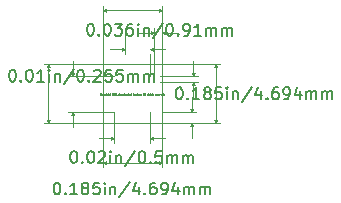
<source format=gbr>
%TF.GenerationSoftware,KiCad,Pcbnew,(6.0.6)*%
%TF.CreationDate,2022-07-03T21:37:38+02:00*%
%TF.ProjectId,stencil,7374656e-6369-46c2-9e6b-696361645f70,rev?*%
%TF.SameCoordinates,Original*%
%TF.FileFunction,Other,Comment*%
%FSLAX46Y46*%
G04 Gerber Fmt 4.6, Leading zero omitted, Abs format (unit mm)*
G04 Created by KiCad (PCBNEW (6.0.6)) date 2022-07-03 21:37:38*
%MOMM*%
%LPD*%
G01*
G04 APERTURE LIST*
%ADD10C,0.002000*%
%ADD11C,0.150000*%
%ADD12C,0.100000*%
G04 APERTURE END LIST*
D10*
%TO.C,U1*%
X142354166Y-93045357D02*
X142348119Y-93051404D01*
X142329976Y-93057452D01*
X142317880Y-93057452D01*
X142299738Y-93051404D01*
X142287642Y-93039309D01*
X142281595Y-93027214D01*
X142275547Y-93003023D01*
X142275547Y-92984880D01*
X142281595Y-92960690D01*
X142287642Y-92948595D01*
X142299738Y-92936500D01*
X142317880Y-92930452D01*
X142329976Y-92930452D01*
X142348119Y-92936500D01*
X142354166Y-92942547D01*
X142426738Y-93057452D02*
X142414642Y-93051404D01*
X142408595Y-93045357D01*
X142402547Y-93033261D01*
X142402547Y-92996976D01*
X142408595Y-92984880D01*
X142414642Y-92978833D01*
X142426738Y-92972785D01*
X142444880Y-92972785D01*
X142456976Y-92978833D01*
X142463023Y-92984880D01*
X142469071Y-92996976D01*
X142469071Y-93033261D01*
X142463023Y-93045357D01*
X142456976Y-93051404D01*
X142444880Y-93057452D01*
X142426738Y-93057452D01*
X142523500Y-92972785D02*
X142523500Y-93099785D01*
X142523500Y-92978833D02*
X142535595Y-92972785D01*
X142559785Y-92972785D01*
X142571880Y-92978833D01*
X142577928Y-92984880D01*
X142583976Y-92996976D01*
X142583976Y-93033261D01*
X142577928Y-93045357D01*
X142571880Y-93051404D01*
X142559785Y-93057452D01*
X142535595Y-93057452D01*
X142523500Y-93051404D01*
X142626309Y-92972785D02*
X142656547Y-93057452D01*
X142686785Y-92972785D02*
X142656547Y-93057452D01*
X142644452Y-93087690D01*
X142638404Y-93093738D01*
X142626309Y-93099785D01*
X142735166Y-93057452D02*
X142735166Y-92972785D01*
X142735166Y-92996976D02*
X142741214Y-92984880D01*
X142747261Y-92978833D01*
X142759357Y-92972785D01*
X142771452Y-92972785D01*
X142813785Y-93057452D02*
X142813785Y-92972785D01*
X142813785Y-92930452D02*
X142807738Y-92936500D01*
X142813785Y-92942547D01*
X142819833Y-92936500D01*
X142813785Y-92930452D01*
X142813785Y-92942547D01*
X142928690Y-92972785D02*
X142928690Y-93075595D01*
X142922642Y-93087690D01*
X142916595Y-93093738D01*
X142904500Y-93099785D01*
X142886357Y-93099785D01*
X142874261Y-93093738D01*
X142928690Y-93051404D02*
X142916595Y-93057452D01*
X142892404Y-93057452D01*
X142880309Y-93051404D01*
X142874261Y-93045357D01*
X142868214Y-93033261D01*
X142868214Y-92996976D01*
X142874261Y-92984880D01*
X142880309Y-92978833D01*
X142892404Y-92972785D01*
X142916595Y-92972785D01*
X142928690Y-92978833D01*
X142989166Y-93057452D02*
X142989166Y-92930452D01*
X143043595Y-93057452D02*
X143043595Y-92990928D01*
X143037547Y-92978833D01*
X143025452Y-92972785D01*
X143007309Y-92972785D01*
X142995214Y-92978833D01*
X142989166Y-92984880D01*
X143085928Y-92972785D02*
X143134309Y-92972785D01*
X143104071Y-92930452D02*
X143104071Y-93039309D01*
X143110119Y-93051404D01*
X143122214Y-93057452D01*
X143134309Y-93057452D01*
X143267357Y-92942547D02*
X143273404Y-92936500D01*
X143285500Y-92930452D01*
X143315738Y-92930452D01*
X143327833Y-92936500D01*
X143333880Y-92942547D01*
X143339928Y-92954642D01*
X143339928Y-92966738D01*
X143333880Y-92984880D01*
X143261309Y-93057452D01*
X143339928Y-93057452D01*
X143418547Y-92930452D02*
X143430642Y-92930452D01*
X143442738Y-92936500D01*
X143448785Y-92942547D01*
X143454833Y-92954642D01*
X143460880Y-92978833D01*
X143460880Y-93009071D01*
X143454833Y-93033261D01*
X143448785Y-93045357D01*
X143442738Y-93051404D01*
X143430642Y-93057452D01*
X143418547Y-93057452D01*
X143406452Y-93051404D01*
X143400404Y-93045357D01*
X143394357Y-93033261D01*
X143388309Y-93009071D01*
X143388309Y-92978833D01*
X143394357Y-92954642D01*
X143400404Y-92942547D01*
X143406452Y-92936500D01*
X143418547Y-92930452D01*
X143509261Y-92942547D02*
X143515309Y-92936500D01*
X143527404Y-92930452D01*
X143557642Y-92930452D01*
X143569738Y-92936500D01*
X143575785Y-92942547D01*
X143581833Y-92954642D01*
X143581833Y-92966738D01*
X143575785Y-92984880D01*
X143503214Y-93057452D01*
X143581833Y-93057452D01*
X143702785Y-93057452D02*
X143630214Y-93057452D01*
X143666500Y-93057452D02*
X143666500Y-92930452D01*
X143654404Y-92948595D01*
X143642309Y-92960690D01*
X143630214Y-92966738D01*
X143847928Y-93021166D02*
X143908404Y-93021166D01*
X143835833Y-93057452D02*
X143878166Y-92930452D01*
X143920500Y-93057452D01*
X144017261Y-93051404D02*
X144005166Y-93057452D01*
X143980976Y-93057452D01*
X143968880Y-93051404D01*
X143962833Y-93045357D01*
X143956785Y-93033261D01*
X143956785Y-92996976D01*
X143962833Y-92984880D01*
X143968880Y-92978833D01*
X143980976Y-92972785D01*
X144005166Y-92972785D01*
X144017261Y-92978833D01*
X144126119Y-93051404D02*
X144114023Y-93057452D01*
X144089833Y-93057452D01*
X144077738Y-93051404D01*
X144071690Y-93045357D01*
X144065642Y-93033261D01*
X144065642Y-92996976D01*
X144071690Y-92984880D01*
X144077738Y-92978833D01*
X144089833Y-92972785D01*
X144114023Y-92972785D01*
X144126119Y-92978833D01*
X144228928Y-93051404D02*
X144216833Y-93057452D01*
X144192642Y-93057452D01*
X144180547Y-93051404D01*
X144174500Y-93039309D01*
X144174500Y-92990928D01*
X144180547Y-92978833D01*
X144192642Y-92972785D01*
X144216833Y-92972785D01*
X144228928Y-92978833D01*
X144234976Y-92990928D01*
X144234976Y-93003023D01*
X144174500Y-93015119D01*
X144307547Y-93057452D02*
X144295452Y-93051404D01*
X144289404Y-93039309D01*
X144289404Y-92930452D01*
X144404309Y-93051404D02*
X144392214Y-93057452D01*
X144368023Y-93057452D01*
X144355928Y-93051404D01*
X144349880Y-93039309D01*
X144349880Y-92990928D01*
X144355928Y-92978833D01*
X144368023Y-92972785D01*
X144392214Y-92972785D01*
X144404309Y-92978833D01*
X144410357Y-92990928D01*
X144410357Y-93003023D01*
X144349880Y-93015119D01*
X144464785Y-93057452D02*
X144464785Y-92972785D01*
X144464785Y-92996976D02*
X144470833Y-92984880D01*
X144476880Y-92978833D01*
X144488976Y-92972785D01*
X144501071Y-92972785D01*
X144597833Y-93057452D02*
X144597833Y-92990928D01*
X144591785Y-92978833D01*
X144579690Y-92972785D01*
X144555500Y-92972785D01*
X144543404Y-92978833D01*
X144597833Y-93051404D02*
X144585738Y-93057452D01*
X144555500Y-93057452D01*
X144543404Y-93051404D01*
X144537357Y-93039309D01*
X144537357Y-93027214D01*
X144543404Y-93015119D01*
X144555500Y-93009071D01*
X144585738Y-93009071D01*
X144597833Y-93003023D01*
X144640166Y-92972785D02*
X144688547Y-92972785D01*
X144658309Y-92930452D02*
X144658309Y-93039309D01*
X144664357Y-93051404D01*
X144676452Y-93057452D01*
X144688547Y-93057452D01*
X144779261Y-93051404D02*
X144767166Y-93057452D01*
X144742976Y-93057452D01*
X144730880Y-93051404D01*
X144724833Y-93039309D01*
X144724833Y-92990928D01*
X144730880Y-92978833D01*
X144742976Y-92972785D01*
X144767166Y-92972785D01*
X144779261Y-92978833D01*
X144785309Y-92990928D01*
X144785309Y-93003023D01*
X144724833Y-93015119D01*
X144894166Y-93057452D02*
X144894166Y-92930452D01*
X144894166Y-93051404D02*
X144882071Y-93057452D01*
X144857880Y-93057452D01*
X144845785Y-93051404D01*
X144839738Y-93045357D01*
X144833690Y-93033261D01*
X144833690Y-92996976D01*
X144839738Y-92984880D01*
X144845785Y-92978833D01*
X144857880Y-92972785D01*
X144882071Y-92972785D01*
X144894166Y-92978833D01*
X145051404Y-93057452D02*
X145051404Y-92930452D01*
X145081642Y-92930452D01*
X145099785Y-92936500D01*
X145111880Y-92948595D01*
X145117928Y-92960690D01*
X145123976Y-92984880D01*
X145123976Y-93003023D01*
X145117928Y-93027214D01*
X145111880Y-93039309D01*
X145099785Y-93051404D01*
X145081642Y-93057452D01*
X145051404Y-93057452D01*
X145226785Y-93051404D02*
X145214690Y-93057452D01*
X145190500Y-93057452D01*
X145178404Y-93051404D01*
X145172357Y-93039309D01*
X145172357Y-92990928D01*
X145178404Y-92978833D01*
X145190500Y-92972785D01*
X145214690Y-92972785D01*
X145226785Y-92978833D01*
X145232833Y-92990928D01*
X145232833Y-93003023D01*
X145172357Y-93015119D01*
X145281214Y-93051404D02*
X145293309Y-93057452D01*
X145317500Y-93057452D01*
X145329595Y-93051404D01*
X145335642Y-93039309D01*
X145335642Y-93033261D01*
X145329595Y-93021166D01*
X145317500Y-93015119D01*
X145299357Y-93015119D01*
X145287261Y-93009071D01*
X145281214Y-92996976D01*
X145281214Y-92990928D01*
X145287261Y-92978833D01*
X145299357Y-92972785D01*
X145317500Y-92972785D01*
X145329595Y-92978833D01*
X145390071Y-93057452D02*
X145390071Y-92972785D01*
X145390071Y-92930452D02*
X145384023Y-92936500D01*
X145390071Y-92942547D01*
X145396119Y-92936500D01*
X145390071Y-92930452D01*
X145390071Y-92942547D01*
X145504976Y-92972785D02*
X145504976Y-93075595D01*
X145498928Y-93087690D01*
X145492880Y-93093738D01*
X145480785Y-93099785D01*
X145462642Y-93099785D01*
X145450547Y-93093738D01*
X145504976Y-93051404D02*
X145492880Y-93057452D01*
X145468690Y-93057452D01*
X145456595Y-93051404D01*
X145450547Y-93045357D01*
X145444500Y-93033261D01*
X145444500Y-92996976D01*
X145450547Y-92984880D01*
X145456595Y-92978833D01*
X145468690Y-92972785D01*
X145492880Y-92972785D01*
X145504976Y-92978833D01*
X145565452Y-92972785D02*
X145565452Y-93057452D01*
X145565452Y-92984880D02*
X145571500Y-92978833D01*
X145583595Y-92972785D01*
X145601738Y-92972785D01*
X145613833Y-92978833D01*
X145619880Y-92990928D01*
X145619880Y-93057452D01*
X145674309Y-93051404D02*
X145686404Y-93057452D01*
X145710595Y-93057452D01*
X145722690Y-93051404D01*
X145728738Y-93039309D01*
X145728738Y-93033261D01*
X145722690Y-93021166D01*
X145710595Y-93015119D01*
X145692452Y-93015119D01*
X145680357Y-93009071D01*
X145674309Y-92996976D01*
X145674309Y-92990928D01*
X145680357Y-92978833D01*
X145692452Y-92972785D01*
X145710595Y-92972785D01*
X145722690Y-92978833D01*
X145783166Y-93045357D02*
X145789214Y-93051404D01*
X145783166Y-93057452D01*
X145777119Y-93051404D01*
X145783166Y-93045357D01*
X145783166Y-93057452D01*
X145934357Y-93021166D02*
X145994833Y-93021166D01*
X145922261Y-93057452D02*
X145964595Y-92930452D01*
X146006928Y-93057452D01*
X146067404Y-93057452D02*
X146055309Y-93051404D01*
X146049261Y-93039309D01*
X146049261Y-92930452D01*
X146133928Y-93057452D02*
X146121833Y-93051404D01*
X146115785Y-93039309D01*
X146115785Y-92930452D01*
X146279071Y-93057452D02*
X146279071Y-92972785D01*
X146279071Y-92996976D02*
X146285119Y-92984880D01*
X146291166Y-92978833D01*
X146303261Y-92972785D01*
X146315357Y-92972785D01*
X146357690Y-93057452D02*
X146357690Y-92972785D01*
X146357690Y-92930452D02*
X146351642Y-92936500D01*
X146357690Y-92942547D01*
X146363738Y-92936500D01*
X146357690Y-92930452D01*
X146357690Y-92942547D01*
X146472595Y-92972785D02*
X146472595Y-93075595D01*
X146466547Y-93087690D01*
X146460500Y-93093738D01*
X146448404Y-93099785D01*
X146430261Y-93099785D01*
X146418166Y-93093738D01*
X146472595Y-93051404D02*
X146460500Y-93057452D01*
X146436309Y-93057452D01*
X146424214Y-93051404D01*
X146418166Y-93045357D01*
X146412119Y-93033261D01*
X146412119Y-92996976D01*
X146418166Y-92984880D01*
X146424214Y-92978833D01*
X146436309Y-92972785D01*
X146460500Y-92972785D01*
X146472595Y-92978833D01*
X146533071Y-93057452D02*
X146533071Y-92930452D01*
X146587500Y-93057452D02*
X146587500Y-92990928D01*
X146581452Y-92978833D01*
X146569357Y-92972785D01*
X146551214Y-92972785D01*
X146539119Y-92978833D01*
X146533071Y-92984880D01*
X146629833Y-92972785D02*
X146678214Y-92972785D01*
X146647976Y-92930452D02*
X146647976Y-93039309D01*
X146654023Y-93051404D01*
X146666119Y-93057452D01*
X146678214Y-93057452D01*
X146714500Y-93051404D02*
X146726595Y-93057452D01*
X146750785Y-93057452D01*
X146762880Y-93051404D01*
X146768928Y-93039309D01*
X146768928Y-93033261D01*
X146762880Y-93021166D01*
X146750785Y-93015119D01*
X146732642Y-93015119D01*
X146720547Y-93009071D01*
X146714500Y-92996976D01*
X146714500Y-92990928D01*
X146720547Y-92978833D01*
X146732642Y-92972785D01*
X146750785Y-92972785D01*
X146762880Y-92978833D01*
X146920119Y-93057452D02*
X146920119Y-92972785D01*
X146920119Y-92996976D02*
X146926166Y-92984880D01*
X146932214Y-92978833D01*
X146944309Y-92972785D01*
X146956404Y-92972785D01*
X147047119Y-93051404D02*
X147035023Y-93057452D01*
X147010833Y-93057452D01*
X146998738Y-93051404D01*
X146992690Y-93039309D01*
X146992690Y-92990928D01*
X146998738Y-92978833D01*
X147010833Y-92972785D01*
X147035023Y-92972785D01*
X147047119Y-92978833D01*
X147053166Y-92990928D01*
X147053166Y-93003023D01*
X146992690Y-93015119D01*
X147101547Y-93051404D02*
X147113642Y-93057452D01*
X147137833Y-93057452D01*
X147149928Y-93051404D01*
X147155976Y-93039309D01*
X147155976Y-93033261D01*
X147149928Y-93021166D01*
X147137833Y-93015119D01*
X147119690Y-93015119D01*
X147107595Y-93009071D01*
X147101547Y-92996976D01*
X147101547Y-92990928D01*
X147107595Y-92978833D01*
X147119690Y-92972785D01*
X147137833Y-92972785D01*
X147149928Y-92978833D01*
X147258785Y-93051404D02*
X147246690Y-93057452D01*
X147222500Y-93057452D01*
X147210404Y-93051404D01*
X147204357Y-93039309D01*
X147204357Y-92990928D01*
X147210404Y-92978833D01*
X147222500Y-92972785D01*
X147246690Y-92972785D01*
X147258785Y-92978833D01*
X147264833Y-92990928D01*
X147264833Y-93003023D01*
X147204357Y-93015119D01*
X147319261Y-93057452D02*
X147319261Y-92972785D01*
X147319261Y-92996976D02*
X147325309Y-92984880D01*
X147331357Y-92978833D01*
X147343452Y-92972785D01*
X147355547Y-92972785D01*
X147385785Y-92972785D02*
X147416023Y-93057452D01*
X147446261Y-92972785D01*
X147543023Y-93051404D02*
X147530928Y-93057452D01*
X147506738Y-93057452D01*
X147494642Y-93051404D01*
X147488595Y-93039309D01*
X147488595Y-92990928D01*
X147494642Y-92978833D01*
X147506738Y-92972785D01*
X147530928Y-92972785D01*
X147543023Y-92978833D01*
X147549071Y-92990928D01*
X147549071Y-93003023D01*
X147488595Y-93015119D01*
X147657928Y-93057452D02*
X147657928Y-92930452D01*
X147657928Y-93051404D02*
X147645833Y-93057452D01*
X147621642Y-93057452D01*
X147609547Y-93051404D01*
X147603500Y-93045357D01*
X147597452Y-93033261D01*
X147597452Y-92996976D01*
X147603500Y-92984880D01*
X147609547Y-92978833D01*
X147621642Y-92972785D01*
X147645833Y-92972785D01*
X147657928Y-92978833D01*
X147718404Y-93045357D02*
X147724452Y-93051404D01*
X147718404Y-93057452D01*
X147712357Y-93051404D01*
X147718404Y-93045357D01*
X147718404Y-93057452D01*
D11*
X141418528Y-87057280D02*
X141513766Y-87057280D01*
X141609004Y-87104900D01*
X141656623Y-87152519D01*
X141704242Y-87247757D01*
X141751861Y-87438233D01*
X141751861Y-87676328D01*
X141704242Y-87866804D01*
X141656623Y-87962042D01*
X141609004Y-88009661D01*
X141513766Y-88057280D01*
X141418528Y-88057280D01*
X141323290Y-88009661D01*
X141275671Y-87962042D01*
X141228052Y-87866804D01*
X141180433Y-87676328D01*
X141180433Y-87438233D01*
X141228052Y-87247757D01*
X141275671Y-87152519D01*
X141323290Y-87104900D01*
X141418528Y-87057280D01*
X142180433Y-87962042D02*
X142228052Y-88009661D01*
X142180433Y-88057280D01*
X142132814Y-88009661D01*
X142180433Y-87962042D01*
X142180433Y-88057280D01*
X142847100Y-87057280D02*
X142942338Y-87057280D01*
X143037576Y-87104900D01*
X143085195Y-87152519D01*
X143132814Y-87247757D01*
X143180433Y-87438233D01*
X143180433Y-87676328D01*
X143132814Y-87866804D01*
X143085195Y-87962042D01*
X143037576Y-88009661D01*
X142942338Y-88057280D01*
X142847100Y-88057280D01*
X142751861Y-88009661D01*
X142704242Y-87962042D01*
X142656623Y-87866804D01*
X142609004Y-87676328D01*
X142609004Y-87438233D01*
X142656623Y-87247757D01*
X142704242Y-87152519D01*
X142751861Y-87104900D01*
X142847100Y-87057280D01*
X143513766Y-87057280D02*
X144132814Y-87057280D01*
X143799480Y-87438233D01*
X143942338Y-87438233D01*
X144037576Y-87485852D01*
X144085195Y-87533471D01*
X144132814Y-87628709D01*
X144132814Y-87866804D01*
X144085195Y-87962042D01*
X144037576Y-88009661D01*
X143942338Y-88057280D01*
X143656623Y-88057280D01*
X143561385Y-88009661D01*
X143513766Y-87962042D01*
X144989957Y-87057280D02*
X144799480Y-87057280D01*
X144704242Y-87104900D01*
X144656623Y-87152519D01*
X144561385Y-87295376D01*
X144513766Y-87485852D01*
X144513766Y-87866804D01*
X144561385Y-87962042D01*
X144609004Y-88009661D01*
X144704242Y-88057280D01*
X144894719Y-88057280D01*
X144989957Y-88009661D01*
X145037576Y-87962042D01*
X145085195Y-87866804D01*
X145085195Y-87628709D01*
X145037576Y-87533471D01*
X144989957Y-87485852D01*
X144894719Y-87438233D01*
X144704242Y-87438233D01*
X144609004Y-87485852D01*
X144561385Y-87533471D01*
X144513766Y-87628709D01*
X145513766Y-88057280D02*
X145513766Y-87390614D01*
X145513766Y-87057280D02*
X145466147Y-87104900D01*
X145513766Y-87152519D01*
X145561385Y-87104900D01*
X145513766Y-87057280D01*
X145513766Y-87152519D01*
X145989957Y-87390614D02*
X145989957Y-88057280D01*
X145989957Y-87485852D02*
X146037576Y-87438233D01*
X146132814Y-87390614D01*
X146275671Y-87390614D01*
X146370909Y-87438233D01*
X146418528Y-87533471D01*
X146418528Y-88057280D01*
X147609004Y-87009661D02*
X146751861Y-88295376D01*
X148132814Y-87057280D02*
X148228052Y-87057280D01*
X148323290Y-87104900D01*
X148370909Y-87152519D01*
X148418528Y-87247757D01*
X148466147Y-87438233D01*
X148466147Y-87676328D01*
X148418528Y-87866804D01*
X148370909Y-87962042D01*
X148323290Y-88009661D01*
X148228052Y-88057280D01*
X148132814Y-88057280D01*
X148037576Y-88009661D01*
X147989957Y-87962042D01*
X147942338Y-87866804D01*
X147894719Y-87676328D01*
X147894719Y-87438233D01*
X147942338Y-87247757D01*
X147989957Y-87152519D01*
X148037576Y-87104900D01*
X148132814Y-87057280D01*
X148894719Y-87962042D02*
X148942338Y-88009661D01*
X148894719Y-88057280D01*
X148847100Y-88009661D01*
X148894719Y-87962042D01*
X148894719Y-88057280D01*
X149418528Y-88057280D02*
X149609004Y-88057280D01*
X149704242Y-88009661D01*
X149751861Y-87962042D01*
X149847100Y-87819185D01*
X149894719Y-87628709D01*
X149894719Y-87247757D01*
X149847100Y-87152519D01*
X149799480Y-87104900D01*
X149704242Y-87057280D01*
X149513766Y-87057280D01*
X149418528Y-87104900D01*
X149370909Y-87152519D01*
X149323290Y-87247757D01*
X149323290Y-87485852D01*
X149370909Y-87581090D01*
X149418528Y-87628709D01*
X149513766Y-87676328D01*
X149704242Y-87676328D01*
X149799480Y-87628709D01*
X149847100Y-87581090D01*
X149894719Y-87485852D01*
X150847100Y-88057280D02*
X150275671Y-88057280D01*
X150561385Y-88057280D02*
X150561385Y-87057280D01*
X150466147Y-87200138D01*
X150370909Y-87295376D01*
X150275671Y-87342995D01*
X151275671Y-88057280D02*
X151275671Y-87390614D01*
X151275671Y-87485852D02*
X151323290Y-87438233D01*
X151418528Y-87390614D01*
X151561385Y-87390614D01*
X151656623Y-87438233D01*
X151704242Y-87533471D01*
X151704242Y-88057280D01*
X151704242Y-87533471D02*
X151751861Y-87438233D01*
X151847100Y-87390614D01*
X151989957Y-87390614D01*
X152085195Y-87438233D01*
X152132814Y-87533471D01*
X152132814Y-88057280D01*
X152609004Y-88057280D02*
X152609004Y-87390614D01*
X152609004Y-87485852D02*
X152656623Y-87438233D01*
X152751861Y-87390614D01*
X152894719Y-87390614D01*
X152989957Y-87438233D01*
X153037576Y-87533471D01*
X153037576Y-88057280D01*
X153037576Y-87533471D02*
X153085195Y-87438233D01*
X153180433Y-87390614D01*
X153323290Y-87390614D01*
X153418528Y-87438233D01*
X153466147Y-87533471D01*
X153466147Y-88057280D01*
X148942937Y-92452380D02*
X149038175Y-92452380D01*
X149133413Y-92500000D01*
X149181032Y-92547619D01*
X149228651Y-92642857D01*
X149276270Y-92833333D01*
X149276270Y-93071428D01*
X149228651Y-93261904D01*
X149181032Y-93357142D01*
X149133413Y-93404761D01*
X149038175Y-93452380D01*
X148942937Y-93452380D01*
X148847699Y-93404761D01*
X148800079Y-93357142D01*
X148752460Y-93261904D01*
X148704841Y-93071428D01*
X148704841Y-92833333D01*
X148752460Y-92642857D01*
X148800079Y-92547619D01*
X148847699Y-92500000D01*
X148942937Y-92452380D01*
X149704841Y-93357142D02*
X149752460Y-93404761D01*
X149704841Y-93452380D01*
X149657222Y-93404761D01*
X149704841Y-93357142D01*
X149704841Y-93452380D01*
X150704841Y-93452380D02*
X150133413Y-93452380D01*
X150419127Y-93452380D02*
X150419127Y-92452380D01*
X150323889Y-92595238D01*
X150228651Y-92690476D01*
X150133413Y-92738095D01*
X151276270Y-92880952D02*
X151181032Y-92833333D01*
X151133413Y-92785714D01*
X151085794Y-92690476D01*
X151085794Y-92642857D01*
X151133413Y-92547619D01*
X151181032Y-92500000D01*
X151276270Y-92452380D01*
X151466746Y-92452380D01*
X151561984Y-92500000D01*
X151609603Y-92547619D01*
X151657222Y-92642857D01*
X151657222Y-92690476D01*
X151609603Y-92785714D01*
X151561984Y-92833333D01*
X151466746Y-92880952D01*
X151276270Y-92880952D01*
X151181032Y-92928571D01*
X151133413Y-92976190D01*
X151085794Y-93071428D01*
X151085794Y-93261904D01*
X151133413Y-93357142D01*
X151181032Y-93404761D01*
X151276270Y-93452380D01*
X151466746Y-93452380D01*
X151561984Y-93404761D01*
X151609603Y-93357142D01*
X151657222Y-93261904D01*
X151657222Y-93071428D01*
X151609603Y-92976190D01*
X151561984Y-92928571D01*
X151466746Y-92880952D01*
X152561984Y-92452380D02*
X152085794Y-92452380D01*
X152038175Y-92928571D01*
X152085794Y-92880952D01*
X152181032Y-92833333D01*
X152419127Y-92833333D01*
X152514365Y-92880952D01*
X152561984Y-92928571D01*
X152609603Y-93023809D01*
X152609603Y-93261904D01*
X152561984Y-93357142D01*
X152514365Y-93404761D01*
X152419127Y-93452380D01*
X152181032Y-93452380D01*
X152085794Y-93404761D01*
X152038175Y-93357142D01*
X153038175Y-93452380D02*
X153038175Y-92785714D01*
X153038175Y-92452380D02*
X152990556Y-92500000D01*
X153038175Y-92547619D01*
X153085794Y-92500000D01*
X153038175Y-92452380D01*
X153038175Y-92547619D01*
X153514365Y-92785714D02*
X153514365Y-93452380D01*
X153514365Y-92880952D02*
X153561984Y-92833333D01*
X153657222Y-92785714D01*
X153800079Y-92785714D01*
X153895318Y-92833333D01*
X153942937Y-92928571D01*
X153942937Y-93452380D01*
X155133413Y-92404761D02*
X154276270Y-93690476D01*
X155895318Y-92785714D02*
X155895318Y-93452380D01*
X155657222Y-92404761D02*
X155419127Y-93119047D01*
X156038175Y-93119047D01*
X156419127Y-93357142D02*
X156466746Y-93404761D01*
X156419127Y-93452380D01*
X156371508Y-93404761D01*
X156419127Y-93357142D01*
X156419127Y-93452380D01*
X157323889Y-92452380D02*
X157133413Y-92452380D01*
X157038175Y-92500000D01*
X156990556Y-92547619D01*
X156895318Y-92690476D01*
X156847699Y-92880952D01*
X156847699Y-93261904D01*
X156895318Y-93357142D01*
X156942937Y-93404761D01*
X157038175Y-93452380D01*
X157228651Y-93452380D01*
X157323889Y-93404761D01*
X157371508Y-93357142D01*
X157419127Y-93261904D01*
X157419127Y-93023809D01*
X157371508Y-92928571D01*
X157323889Y-92880952D01*
X157228651Y-92833333D01*
X157038175Y-92833333D01*
X156942937Y-92880952D01*
X156895318Y-92928571D01*
X156847699Y-93023809D01*
X157895318Y-93452380D02*
X158085794Y-93452380D01*
X158181032Y-93404761D01*
X158228651Y-93357142D01*
X158323889Y-93214285D01*
X158371508Y-93023809D01*
X158371508Y-92642857D01*
X158323889Y-92547619D01*
X158276270Y-92500000D01*
X158181032Y-92452380D01*
X157990556Y-92452380D01*
X157895318Y-92500000D01*
X157847699Y-92547619D01*
X157800079Y-92642857D01*
X157800079Y-92880952D01*
X157847699Y-92976190D01*
X157895318Y-93023809D01*
X157990556Y-93071428D01*
X158181032Y-93071428D01*
X158276270Y-93023809D01*
X158323889Y-92976190D01*
X158371508Y-92880952D01*
X159228651Y-92785714D02*
X159228651Y-93452380D01*
X158990556Y-92404761D02*
X158752460Y-93119047D01*
X159371508Y-93119047D01*
X159752460Y-93452380D02*
X159752460Y-92785714D01*
X159752460Y-92880952D02*
X159800079Y-92833333D01*
X159895318Y-92785714D01*
X160038175Y-92785714D01*
X160133413Y-92833333D01*
X160181032Y-92928571D01*
X160181032Y-93452380D01*
X160181032Y-92928571D02*
X160228651Y-92833333D01*
X160323889Y-92785714D01*
X160466746Y-92785714D01*
X160561984Y-92833333D01*
X160609603Y-92928571D01*
X160609603Y-93452380D01*
X161085794Y-93452380D02*
X161085794Y-92785714D01*
X161085794Y-92880952D02*
X161133413Y-92833333D01*
X161228651Y-92785714D01*
X161371508Y-92785714D01*
X161466746Y-92833333D01*
X161514365Y-92928571D01*
X161514365Y-93452380D01*
X161514365Y-92928571D02*
X161561984Y-92833333D01*
X161657222Y-92785714D01*
X161800079Y-92785714D01*
X161895318Y-92833333D01*
X161942937Y-92928571D01*
X161942937Y-93452380D01*
X138595238Y-100514880D02*
X138690476Y-100514880D01*
X138785714Y-100562500D01*
X138833333Y-100610119D01*
X138880952Y-100705357D01*
X138928571Y-100895833D01*
X138928571Y-101133928D01*
X138880952Y-101324404D01*
X138833333Y-101419642D01*
X138785714Y-101467261D01*
X138690476Y-101514880D01*
X138595238Y-101514880D01*
X138500000Y-101467261D01*
X138452380Y-101419642D01*
X138404761Y-101324404D01*
X138357142Y-101133928D01*
X138357142Y-100895833D01*
X138404761Y-100705357D01*
X138452380Y-100610119D01*
X138500000Y-100562500D01*
X138595238Y-100514880D01*
X139357142Y-101419642D02*
X139404761Y-101467261D01*
X139357142Y-101514880D01*
X139309523Y-101467261D01*
X139357142Y-101419642D01*
X139357142Y-101514880D01*
X140357142Y-101514880D02*
X139785714Y-101514880D01*
X140071428Y-101514880D02*
X140071428Y-100514880D01*
X139976190Y-100657738D01*
X139880952Y-100752976D01*
X139785714Y-100800595D01*
X140928571Y-100943452D02*
X140833333Y-100895833D01*
X140785714Y-100848214D01*
X140738095Y-100752976D01*
X140738095Y-100705357D01*
X140785714Y-100610119D01*
X140833333Y-100562500D01*
X140928571Y-100514880D01*
X141119047Y-100514880D01*
X141214285Y-100562500D01*
X141261904Y-100610119D01*
X141309523Y-100705357D01*
X141309523Y-100752976D01*
X141261904Y-100848214D01*
X141214285Y-100895833D01*
X141119047Y-100943452D01*
X140928571Y-100943452D01*
X140833333Y-100991071D01*
X140785714Y-101038690D01*
X140738095Y-101133928D01*
X140738095Y-101324404D01*
X140785714Y-101419642D01*
X140833333Y-101467261D01*
X140928571Y-101514880D01*
X141119047Y-101514880D01*
X141214285Y-101467261D01*
X141261904Y-101419642D01*
X141309523Y-101324404D01*
X141309523Y-101133928D01*
X141261904Y-101038690D01*
X141214285Y-100991071D01*
X141119047Y-100943452D01*
X142214285Y-100514880D02*
X141738095Y-100514880D01*
X141690476Y-100991071D01*
X141738095Y-100943452D01*
X141833333Y-100895833D01*
X142071428Y-100895833D01*
X142166666Y-100943452D01*
X142214285Y-100991071D01*
X142261904Y-101086309D01*
X142261904Y-101324404D01*
X142214285Y-101419642D01*
X142166666Y-101467261D01*
X142071428Y-101514880D01*
X141833333Y-101514880D01*
X141738095Y-101467261D01*
X141690476Y-101419642D01*
X142690476Y-101514880D02*
X142690476Y-100848214D01*
X142690476Y-100514880D02*
X142642857Y-100562500D01*
X142690476Y-100610119D01*
X142738095Y-100562500D01*
X142690476Y-100514880D01*
X142690476Y-100610119D01*
X143166666Y-100848214D02*
X143166666Y-101514880D01*
X143166666Y-100943452D02*
X143214285Y-100895833D01*
X143309523Y-100848214D01*
X143452380Y-100848214D01*
X143547619Y-100895833D01*
X143595238Y-100991071D01*
X143595238Y-101514880D01*
X144785714Y-100467261D02*
X143928571Y-101752976D01*
X145547619Y-100848214D02*
X145547619Y-101514880D01*
X145309523Y-100467261D02*
X145071428Y-101181547D01*
X145690476Y-101181547D01*
X146071428Y-101419642D02*
X146119047Y-101467261D01*
X146071428Y-101514880D01*
X146023809Y-101467261D01*
X146071428Y-101419642D01*
X146071428Y-101514880D01*
X146976190Y-100514880D02*
X146785714Y-100514880D01*
X146690476Y-100562500D01*
X146642857Y-100610119D01*
X146547619Y-100752976D01*
X146500000Y-100943452D01*
X146500000Y-101324404D01*
X146547619Y-101419642D01*
X146595238Y-101467261D01*
X146690476Y-101514880D01*
X146880952Y-101514880D01*
X146976190Y-101467261D01*
X147023809Y-101419642D01*
X147071428Y-101324404D01*
X147071428Y-101086309D01*
X147023809Y-100991071D01*
X146976190Y-100943452D01*
X146880952Y-100895833D01*
X146690476Y-100895833D01*
X146595238Y-100943452D01*
X146547619Y-100991071D01*
X146500000Y-101086309D01*
X147547619Y-101514880D02*
X147738095Y-101514880D01*
X147833333Y-101467261D01*
X147880952Y-101419642D01*
X147976190Y-101276785D01*
X148023809Y-101086309D01*
X148023809Y-100705357D01*
X147976190Y-100610119D01*
X147928571Y-100562500D01*
X147833333Y-100514880D01*
X147642857Y-100514880D01*
X147547619Y-100562500D01*
X147500000Y-100610119D01*
X147452380Y-100705357D01*
X147452380Y-100943452D01*
X147500000Y-101038690D01*
X147547619Y-101086309D01*
X147642857Y-101133928D01*
X147833333Y-101133928D01*
X147928571Y-101086309D01*
X147976190Y-101038690D01*
X148023809Y-100943452D01*
X148880952Y-100848214D02*
X148880952Y-101514880D01*
X148642857Y-100467261D02*
X148404761Y-101181547D01*
X149023809Y-101181547D01*
X149404761Y-101514880D02*
X149404761Y-100848214D01*
X149404761Y-100943452D02*
X149452380Y-100895833D01*
X149547619Y-100848214D01*
X149690476Y-100848214D01*
X149785714Y-100895833D01*
X149833333Y-100991071D01*
X149833333Y-101514880D01*
X149833333Y-100991071D02*
X149880952Y-100895833D01*
X149976190Y-100848214D01*
X150119047Y-100848214D01*
X150214285Y-100895833D01*
X150261904Y-100991071D01*
X150261904Y-101514880D01*
X150738095Y-101514880D02*
X150738095Y-100848214D01*
X150738095Y-100943452D02*
X150785714Y-100895833D01*
X150880952Y-100848214D01*
X151023809Y-100848214D01*
X151119047Y-100895833D01*
X151166666Y-100991071D01*
X151166666Y-101514880D01*
X151166666Y-100991071D02*
X151214285Y-100895833D01*
X151309523Y-100848214D01*
X151452380Y-100848214D01*
X151547619Y-100895833D01*
X151595238Y-100991071D01*
X151595238Y-101514880D01*
X140023809Y-97847480D02*
X140119047Y-97847480D01*
X140214285Y-97895100D01*
X140261904Y-97942719D01*
X140309523Y-98037957D01*
X140357142Y-98228433D01*
X140357142Y-98466528D01*
X140309523Y-98657004D01*
X140261904Y-98752242D01*
X140214285Y-98799861D01*
X140119047Y-98847480D01*
X140023809Y-98847480D01*
X139928571Y-98799861D01*
X139880952Y-98752242D01*
X139833333Y-98657004D01*
X139785714Y-98466528D01*
X139785714Y-98228433D01*
X139833333Y-98037957D01*
X139880952Y-97942719D01*
X139928571Y-97895100D01*
X140023809Y-97847480D01*
X140785714Y-98752242D02*
X140833333Y-98799861D01*
X140785714Y-98847480D01*
X140738095Y-98799861D01*
X140785714Y-98752242D01*
X140785714Y-98847480D01*
X141452380Y-97847480D02*
X141547619Y-97847480D01*
X141642857Y-97895100D01*
X141690476Y-97942719D01*
X141738095Y-98037957D01*
X141785714Y-98228433D01*
X141785714Y-98466528D01*
X141738095Y-98657004D01*
X141690476Y-98752242D01*
X141642857Y-98799861D01*
X141547619Y-98847480D01*
X141452380Y-98847480D01*
X141357142Y-98799861D01*
X141309523Y-98752242D01*
X141261904Y-98657004D01*
X141214285Y-98466528D01*
X141214285Y-98228433D01*
X141261904Y-98037957D01*
X141309523Y-97942719D01*
X141357142Y-97895100D01*
X141452380Y-97847480D01*
X142166666Y-97942719D02*
X142214285Y-97895100D01*
X142309523Y-97847480D01*
X142547619Y-97847480D01*
X142642857Y-97895100D01*
X142690476Y-97942719D01*
X142738095Y-98037957D01*
X142738095Y-98133195D01*
X142690476Y-98276052D01*
X142119047Y-98847480D01*
X142738095Y-98847480D01*
X143166666Y-98847480D02*
X143166666Y-98180814D01*
X143166666Y-97847480D02*
X143119047Y-97895100D01*
X143166666Y-97942719D01*
X143214285Y-97895100D01*
X143166666Y-97847480D01*
X143166666Y-97942719D01*
X143642857Y-98180814D02*
X143642857Y-98847480D01*
X143642857Y-98276052D02*
X143690476Y-98228433D01*
X143785714Y-98180814D01*
X143928571Y-98180814D01*
X144023809Y-98228433D01*
X144071428Y-98323671D01*
X144071428Y-98847480D01*
X145261904Y-97799861D02*
X144404761Y-99085576D01*
X145785714Y-97847480D02*
X145880952Y-97847480D01*
X145976190Y-97895100D01*
X146023809Y-97942719D01*
X146071428Y-98037957D01*
X146119047Y-98228433D01*
X146119047Y-98466528D01*
X146071428Y-98657004D01*
X146023809Y-98752242D01*
X145976190Y-98799861D01*
X145880952Y-98847480D01*
X145785714Y-98847480D01*
X145690476Y-98799861D01*
X145642857Y-98752242D01*
X145595238Y-98657004D01*
X145547619Y-98466528D01*
X145547619Y-98228433D01*
X145595238Y-98037957D01*
X145642857Y-97942719D01*
X145690476Y-97895100D01*
X145785714Y-97847480D01*
X146547619Y-98752242D02*
X146595238Y-98799861D01*
X146547619Y-98847480D01*
X146500000Y-98799861D01*
X146547619Y-98752242D01*
X146547619Y-98847480D01*
X147500000Y-97847480D02*
X147023809Y-97847480D01*
X146976190Y-98323671D01*
X147023809Y-98276052D01*
X147119047Y-98228433D01*
X147357142Y-98228433D01*
X147452380Y-98276052D01*
X147500000Y-98323671D01*
X147547619Y-98418909D01*
X147547619Y-98657004D01*
X147500000Y-98752242D01*
X147452380Y-98799861D01*
X147357142Y-98847480D01*
X147119047Y-98847480D01*
X147023809Y-98799861D01*
X146976190Y-98752242D01*
X147976190Y-98847480D02*
X147976190Y-98180814D01*
X147976190Y-98276052D02*
X148023809Y-98228433D01*
X148119047Y-98180814D01*
X148261904Y-98180814D01*
X148357142Y-98228433D01*
X148404761Y-98323671D01*
X148404761Y-98847480D01*
X148404761Y-98323671D02*
X148452380Y-98228433D01*
X148547619Y-98180814D01*
X148690476Y-98180814D01*
X148785714Y-98228433D01*
X148833333Y-98323671D01*
X148833333Y-98847480D01*
X149309523Y-98847480D02*
X149309523Y-98180814D01*
X149309523Y-98276052D02*
X149357142Y-98228433D01*
X149452380Y-98180814D01*
X149595238Y-98180814D01*
X149690476Y-98228433D01*
X149738095Y-98323671D01*
X149738095Y-98847480D01*
X149738095Y-98323671D02*
X149785714Y-98228433D01*
X149880952Y-98180814D01*
X150023809Y-98180814D01*
X150119047Y-98228433D01*
X150166666Y-98323671D01*
X150166666Y-98847480D01*
X134818928Y-90952380D02*
X134914166Y-90952380D01*
X135009404Y-91000000D01*
X135057023Y-91047619D01*
X135104642Y-91142857D01*
X135152261Y-91333333D01*
X135152261Y-91571428D01*
X135104642Y-91761904D01*
X135057023Y-91857142D01*
X135009404Y-91904761D01*
X134914166Y-91952380D01*
X134818928Y-91952380D01*
X134723690Y-91904761D01*
X134676071Y-91857142D01*
X134628452Y-91761904D01*
X134580833Y-91571428D01*
X134580833Y-91333333D01*
X134628452Y-91142857D01*
X134676071Y-91047619D01*
X134723690Y-91000000D01*
X134818928Y-90952380D01*
X135580833Y-91857142D02*
X135628452Y-91904761D01*
X135580833Y-91952380D01*
X135533214Y-91904761D01*
X135580833Y-91857142D01*
X135580833Y-91952380D01*
X136247500Y-90952380D02*
X136342738Y-90952380D01*
X136437976Y-91000000D01*
X136485595Y-91047619D01*
X136533214Y-91142857D01*
X136580833Y-91333333D01*
X136580833Y-91571428D01*
X136533214Y-91761904D01*
X136485595Y-91857142D01*
X136437976Y-91904761D01*
X136342738Y-91952380D01*
X136247500Y-91952380D01*
X136152261Y-91904761D01*
X136104642Y-91857142D01*
X136057023Y-91761904D01*
X136009404Y-91571428D01*
X136009404Y-91333333D01*
X136057023Y-91142857D01*
X136104642Y-91047619D01*
X136152261Y-91000000D01*
X136247500Y-90952380D01*
X137533214Y-91952380D02*
X136961785Y-91952380D01*
X137247500Y-91952380D02*
X137247500Y-90952380D01*
X137152261Y-91095238D01*
X137057023Y-91190476D01*
X136961785Y-91238095D01*
X137961785Y-91952380D02*
X137961785Y-91285714D01*
X137961785Y-90952380D02*
X137914166Y-91000000D01*
X137961785Y-91047619D01*
X138009404Y-91000000D01*
X137961785Y-90952380D01*
X137961785Y-91047619D01*
X138437976Y-91285714D02*
X138437976Y-91952380D01*
X138437976Y-91380952D02*
X138485595Y-91333333D01*
X138580833Y-91285714D01*
X138723690Y-91285714D01*
X138818928Y-91333333D01*
X138866547Y-91428571D01*
X138866547Y-91952380D01*
X140057023Y-90904761D02*
X139199880Y-92190476D01*
X140580833Y-90952380D02*
X140676071Y-90952380D01*
X140771309Y-91000000D01*
X140818928Y-91047619D01*
X140866547Y-91142857D01*
X140914166Y-91333333D01*
X140914166Y-91571428D01*
X140866547Y-91761904D01*
X140818928Y-91857142D01*
X140771309Y-91904761D01*
X140676071Y-91952380D01*
X140580833Y-91952380D01*
X140485595Y-91904761D01*
X140437976Y-91857142D01*
X140390357Y-91761904D01*
X140342738Y-91571428D01*
X140342738Y-91333333D01*
X140390357Y-91142857D01*
X140437976Y-91047619D01*
X140485595Y-91000000D01*
X140580833Y-90952380D01*
X141342738Y-91857142D02*
X141390357Y-91904761D01*
X141342738Y-91952380D01*
X141295119Y-91904761D01*
X141342738Y-91857142D01*
X141342738Y-91952380D01*
X141771309Y-91047619D02*
X141818928Y-91000000D01*
X141914166Y-90952380D01*
X142152261Y-90952380D01*
X142247500Y-91000000D01*
X142295119Y-91047619D01*
X142342738Y-91142857D01*
X142342738Y-91238095D01*
X142295119Y-91380952D01*
X141723690Y-91952380D01*
X142342738Y-91952380D01*
X143247500Y-90952380D02*
X142771309Y-90952380D01*
X142723690Y-91428571D01*
X142771309Y-91380952D01*
X142866547Y-91333333D01*
X143104642Y-91333333D01*
X143199880Y-91380952D01*
X143247500Y-91428571D01*
X143295119Y-91523809D01*
X143295119Y-91761904D01*
X143247500Y-91857142D01*
X143199880Y-91904761D01*
X143104642Y-91952380D01*
X142866547Y-91952380D01*
X142771309Y-91904761D01*
X142723690Y-91857142D01*
X144199880Y-90952380D02*
X143723690Y-90952380D01*
X143676071Y-91428571D01*
X143723690Y-91380952D01*
X143818928Y-91333333D01*
X144057023Y-91333333D01*
X144152261Y-91380952D01*
X144199880Y-91428571D01*
X144247500Y-91523809D01*
X144247500Y-91761904D01*
X144199880Y-91857142D01*
X144152261Y-91904761D01*
X144057023Y-91952380D01*
X143818928Y-91952380D01*
X143723690Y-91904761D01*
X143676071Y-91857142D01*
X144676071Y-91952380D02*
X144676071Y-91285714D01*
X144676071Y-91380952D02*
X144723690Y-91333333D01*
X144818928Y-91285714D01*
X144961785Y-91285714D01*
X145057023Y-91333333D01*
X145104642Y-91428571D01*
X145104642Y-91952380D01*
X145104642Y-91428571D02*
X145152261Y-91333333D01*
X145247500Y-91285714D01*
X145390357Y-91285714D01*
X145485595Y-91333333D01*
X145533214Y-91428571D01*
X145533214Y-91952380D01*
X146009404Y-91952380D02*
X146009404Y-91285714D01*
X146009404Y-91380952D02*
X146057023Y-91333333D01*
X146152261Y-91285714D01*
X146295119Y-91285714D01*
X146390357Y-91333333D01*
X146437976Y-91428571D01*
X146437976Y-91952380D01*
X146437976Y-91428571D02*
X146485595Y-91333333D01*
X146580833Y-91285714D01*
X146723690Y-91285714D01*
X146818928Y-91333333D01*
X146866547Y-91428571D01*
X146866547Y-91952380D01*
D12*
X142498100Y-85903101D02*
X142752100Y-86030101D01*
X139958100Y-91450600D02*
X139831100Y-91196600D01*
X146549400Y-89228100D02*
X147819400Y-89228100D01*
X146892300Y-87808100D02*
X146638300Y-87935100D01*
X146803400Y-89101100D02*
X146803400Y-89355100D01*
X142498100Y-85903101D02*
X142752100Y-85776101D01*
X146803400Y-96644900D02*
X146803400Y-96898900D01*
X147501900Y-85903101D02*
X147247900Y-85776101D01*
X139831100Y-91196600D02*
X140085100Y-91196600D01*
X142498100Y-98826900D02*
X142752100Y-98699900D01*
X146892300Y-91500000D02*
X146892300Y-87427100D01*
X142498100Y-98826900D02*
X147501900Y-98826900D01*
X137903101Y-90498100D02*
X137776101Y-90752100D01*
X149914900Y-94246000D02*
X150168900Y-94246000D01*
X149914900Y-95755900D02*
X150168900Y-95755900D01*
X142752100Y-98699900D02*
X142752100Y-98953900D01*
X137903101Y-95501900D02*
X138030101Y-95247900D01*
X144365000Y-89228100D02*
X144111000Y-89101100D01*
X139958100Y-91450600D02*
X139958100Y-90180600D01*
X139831100Y-94803400D02*
X140085100Y-94803400D01*
X146549400Y-96771900D02*
X146803400Y-96898900D01*
X142498100Y-85903101D02*
X147501900Y-85903101D01*
X152096899Y-90498100D02*
X152096899Y-95501900D01*
X150191900Y-91500000D02*
X150318900Y-91246000D01*
X139958100Y-94549400D02*
X139958100Y-95819400D01*
X146638300Y-87681100D02*
X146638300Y-87935100D01*
X146549400Y-96771900D02*
X146803400Y-96644900D01*
X137903101Y-90498100D02*
X138030101Y-90752100D01*
X143196600Y-96644900D02*
X143196600Y-96898900D01*
X150191900Y-92000000D02*
X150318900Y-92254000D01*
X150064900Y-92254000D02*
X150318900Y-92254000D01*
X152096899Y-90498100D02*
X151969899Y-90752100D01*
X147755900Y-87681100D02*
X147755900Y-87935100D01*
X139958100Y-94549400D02*
X140085100Y-94803400D01*
X151969899Y-95247900D02*
X152223899Y-95247900D01*
X142498100Y-91500000D02*
X142498100Y-85522101D01*
X143450600Y-94549400D02*
X143450600Y-97152900D01*
X146892300Y-87808100D02*
X145622300Y-87808100D01*
X137776101Y-90752100D02*
X138030101Y-90752100D01*
X147347100Y-92000000D02*
X150572900Y-92000000D01*
X143450600Y-94549400D02*
X139577100Y-94549400D01*
X142498100Y-90498100D02*
X142498100Y-99207900D01*
X151969899Y-90752100D02*
X152223899Y-90752100D01*
X139958100Y-94549400D02*
X139831100Y-94803400D01*
X142498100Y-98826900D02*
X142752100Y-98953900D01*
X137903101Y-95501900D02*
X137776101Y-95247900D01*
X150041900Y-94500000D02*
X150041900Y-93230000D01*
X147501900Y-90498100D02*
X147501900Y-99207900D01*
X147501900Y-98826900D02*
X147247900Y-98953900D01*
X144365000Y-87920000D02*
X144365000Y-89609100D01*
X147501900Y-91500000D02*
X147501900Y-87427100D01*
X147501900Y-87808100D02*
X147755900Y-87681100D01*
X144365000Y-89228100D02*
X143095000Y-89228100D01*
X147501900Y-87808100D02*
X147755900Y-87935100D01*
X146500000Y-95501900D02*
X150422900Y-95501900D01*
X147501900Y-98826900D02*
X147247900Y-98699900D01*
X146549400Y-89228100D02*
X146803400Y-89101100D01*
X143450600Y-96771900D02*
X143196600Y-96644900D01*
X150191900Y-92000000D02*
X150191900Y-93270000D01*
X137903101Y-90498100D02*
X137903101Y-95501900D01*
X147501900Y-85903101D02*
X147247900Y-86030101D01*
X146549400Y-96771900D02*
X147819400Y-96771900D01*
X150064900Y-91246000D02*
X150318900Y-91246000D01*
X146549400Y-94549400D02*
X146549400Y-97152900D01*
X146549400Y-89228100D02*
X146803400Y-89355100D01*
X150041900Y-94500000D02*
X150168900Y-94246000D01*
X144365000Y-89228100D02*
X144111000Y-89355100D01*
X143450600Y-96771900D02*
X143196600Y-96898900D01*
X150041900Y-95501900D02*
X150168900Y-95755900D01*
X147247900Y-85776101D02*
X147247900Y-86030101D01*
X147501900Y-91500000D02*
X147501900Y-85522101D01*
X146892300Y-87808100D02*
X146638300Y-87681100D01*
X152096899Y-95501900D02*
X152223899Y-95247900D01*
X143450600Y-96771900D02*
X142180600Y-96771900D01*
X137776101Y-95247900D02*
X138030101Y-95247900D01*
X147501900Y-95501900D02*
X137522101Y-95501900D01*
X139958100Y-91450600D02*
X140085100Y-91196600D01*
X146500000Y-90498100D02*
X152477899Y-90498100D01*
X147501900Y-94500000D02*
X150422900Y-94500000D01*
X147501900Y-87808100D02*
X148771900Y-87808100D01*
X144111000Y-89101100D02*
X144111000Y-89355100D01*
X147247900Y-98699900D02*
X147247900Y-98953900D01*
X150041900Y-94500000D02*
X149914900Y-94246000D01*
X147501900Y-90498100D02*
X137522101Y-90498100D01*
X142752100Y-85776101D02*
X142752100Y-86030101D01*
X152096899Y-90498100D02*
X152223899Y-90752100D01*
X150041900Y-95501900D02*
X149914900Y-95755900D01*
X143450600Y-91450600D02*
X139577100Y-91450600D01*
X146500000Y-95501900D02*
X152477899Y-95501900D01*
X150191900Y-91500000D02*
X150064900Y-91246000D01*
X150191900Y-92000000D02*
X150064900Y-92254000D01*
X150041900Y-95501900D02*
X150041900Y-96771900D01*
X150191900Y-91500000D02*
X150191900Y-90230000D01*
X147347100Y-91500000D02*
X150572900Y-91500000D01*
X152096899Y-95501900D02*
X151969899Y-95247900D01*
X146549400Y-91450600D02*
X146549400Y-89609100D01*
%TD*%
M02*

</source>
